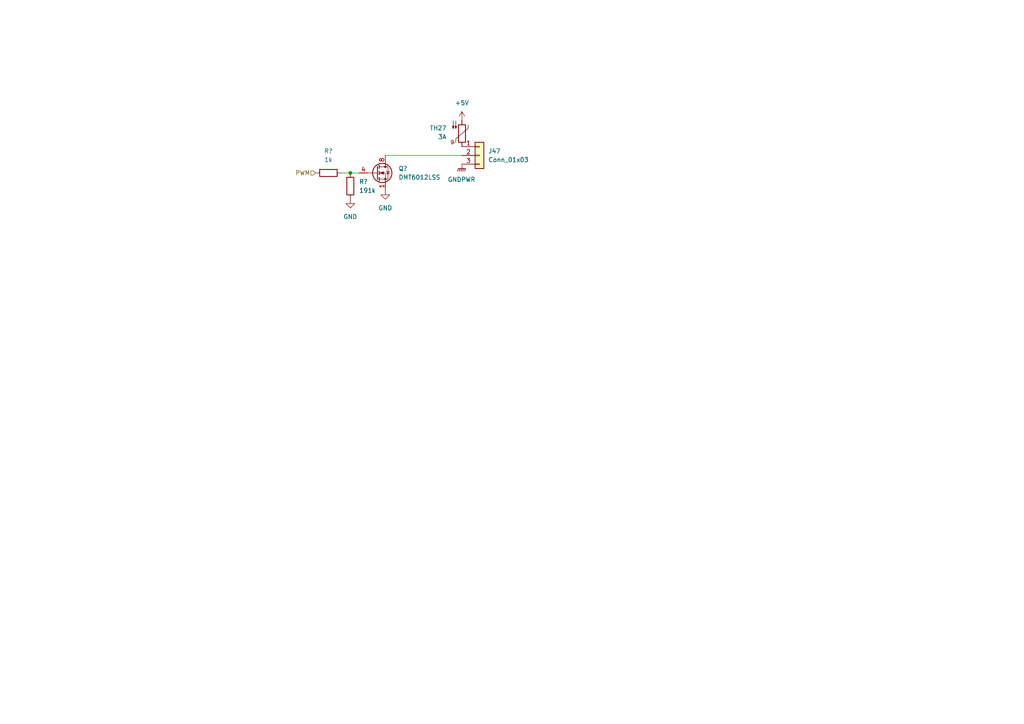
<source format=kicad_sch>
(kicad_sch (version 20230121) (generator eeschema)
  (paper "A4")
  (lib_symbols
    (symbol "Connector_Generic:Conn_01x03" (pin_names (offset 1.016) hide)
      (property "Reference" "J" (at 0 5.08 0))
      (property "Value" "Conn_01x03" (at 0 -5.08 0))
      (symbol "Conn_01x03_1_1"
        (rectangle (start -1.27 -2.413) (end 0 -2.667) (stroke (width 0.1524)))
        (rectangle (start -1.27 0.127) (end 0 -0.127) (stroke (width 0.1524)))
        (rectangle (start -1.27 2.667) (end 0 2.413) (stroke (width 0.1524)))
        (rectangle (start -1.27 3.81) (end 1.27 -3.81) (stroke (width 0.254)) (fill (type background)))
        (pin passive line (at -5.08 2.54 0) (length 3.81) (name "Pin_1") (number "1"))
        (pin passive line (at -5.08 0 0) (length 3.81) (name "Pin_2") (number "2"))
        (pin passive line (at -5.08 -2.54 0) (length 3.81) (name "Pin_3") (number "3"))
      )
    )
    (symbol "Device:R" (pin_numbers hide) (pin_names (offset 0))
      (property "Reference" "R" (at 2.032 0 90))
      (property "Value" "R" (at 0 0 90))
      (symbol "R_0_1"
        (rectangle (start -1.016 -2.54) (end 1.016 2.54) (stroke (width 0.254)))
      )
      (symbol "R_1_1"
        (pin passive line (at 0 3.81 270) (length 1.27) (name "~") (number "1"))
        (pin passive line (at 0 -3.81 90) (length 1.27) (name "~") (number "2"))
      )
    )
    (symbol "Device:Thermistor_PTC" (pin_numbers hide) (pin_names (offset 0))
      (property "Reference" "TH" (at -4.064 0 90))
      (property "Value" "Thermistor_PTC" (at 3.048 0 90))
      (symbol "Thermistor_PTC_0_1"
        (arc (start -3.048 2.159) (mid -3.0495 2.3143) (end -3.175 2.413))
        (arc (start -3.048 2.159) (mid -2.9736 1.9794) (end -2.794 1.905))
        (arc (start -3.048 2.794) (mid -2.9736 2.6144) (end -2.794 2.54))
        (arc (start -2.794 1.905) (mid -2.6144 1.9794) (end -2.54 2.159))
        (arc (start -2.794 2.54) (mid -2.4393 2.5587) (end -2.159 2.794))
        (arc (start -2.794 3.048) (mid -2.9736 2.9736) (end -3.048 2.794))
        (arc (start -2.54 2.794) (mid -2.6144 2.9736) (end -2.794 3.048))
        (rectangle (start -1.016 2.54) (end 1.016 -2.54) (stroke (width 0.254)))
        (polyline (pts (xy -2.54 2.159) (xy -2.54 2.794)))
        (polyline (pts (xy -1.778 2.54) (xy -1.778 1.524) (xy 1.778 -1.524) (xy 1.778 -2.54)))
        (polyline (pts (xy -2.54 -3.683) (xy -2.54 -1.397) (xy -2.794 -2.159) (xy -2.286 -2.159) (xy -2.54 -1.397) (xy -2.54 -1.651)) (fill (type outline)))
        (polyline (pts (xy -1.778 -3.683) (xy -1.778 -1.397) (xy -2.032 -2.159) (xy -1.524 -2.159) (xy -1.778 -1.397) (xy -1.778 -1.651)) (fill (type outline)))
      )
      (symbol "Thermistor_PTC_1_1"
        (pin passive line (at 0 3.81 270) (length 1.27) (name "~") (number "1"))
        (pin passive line (at 0 -3.81 90) (length 1.27) (name "~") (number "2"))
      )
    )
    (symbol "Transistor_FET:IRF7403" (pin_names hide)
      (property "Reference" "Q" (at 5.08 2.54 0))
      (property "Value" "IRF7403" (at 5.08 0 0))
      (symbol "IRF7403_0_1"
        (polyline (pts (xy 0.254 0) (xy -2.54 0)))
        (polyline (pts (xy 0.254 1.905) (xy 0.254 -1.905)) (stroke (width 0.254)))
        (polyline (pts (xy 0.762 -1.27) (xy 0.762 -2.286)) (stroke (width 0.254)))
        (polyline (pts (xy 0.762 0.508) (xy 0.762 -0.508)) (stroke (width 0.254)))
        (polyline (pts (xy 0.762 2.286) (xy 0.762 1.27)) (stroke (width 0.254)))
        (polyline (pts (xy 2.54 2.54) (xy 2.54 1.778)))
        (polyline (pts (xy 2.54 -2.54) (xy 2.54 0) (xy 0.762 0)))
        (polyline (pts (xy 0.762 -1.778) (xy 3.302 -1.778) (xy 3.302 1.778) (xy 0.762 1.778)))
        (polyline (pts (xy 1.016 0) (xy 2.032 0.381) (xy 2.032 -0.381) (xy 1.016 0)) (fill (type outline)))
        (polyline (pts (xy 2.794 0.508) (xy 2.921 0.381) (xy 3.683 0.381) (xy 3.81 0.254)))
        (polyline (pts (xy 3.302 0.381) (xy 2.921 -0.254) (xy 3.683 -0.254) (xy 3.302 0.381)))
        (circle (center 1.651 0) (radius 2.794) (stroke (width 0.254)))
        (circle (center 2.54 -1.778) (radius 0.254) (fill (type outline)))
        (circle (center 2.54 1.778) (radius 0.254) (fill (type outline)))
      )
      (symbol "IRF7403_1_1"
        (pin passive line (at 2.54 -5.08 90) (length 2.54) (name "S") (number "1"))
        (pin passive line (at 2.54 -5.08 90) (length 2.54) hide (name "S") (number "2"))
        (pin passive line (at 2.54 -5.08 90) (length 2.54) hide (name "S") (number "3"))
        (pin input line (at -5.08 0 0) (length 2.54) (name "G") (number "4"))
        (pin passive line (at 2.54 5.08 270) (length 2.54) hide (name "D") (number "5"))
        (pin passive line (at 2.54 5.08 270) (length 2.54) hide (name "D") (number "6"))
        (pin passive line (at 2.54 5.08 270) (length 2.54) hide (name "D") (number "7"))
        (pin passive line (at 2.54 5.08 270) (length 2.54) (name "D") (number "8"))
      )
    )
    (symbol "power:+5V" (power) (pin_names (offset 0))
      (property "Value" "+5V" (at 0 3.556 0))
      (symbol "+5V_0_1"
        (polyline (pts (xy -0.762 1.27) (xy 0 2.54)))
        (polyline (pts (xy 0 0) (xy 0 2.54)))
        (polyline (pts (xy 0 2.54) (xy 0.762 1.27)))
      )
      (symbol "+5V_1_1"
        (pin power_in line (at 0 0 90) (length 0) hide (name "+5V") (number "1"))
      )
    )
    (symbol "power:GND" (power) (pin_names (offset 0))
      (property "Value" "GND" (at 0 -3.81 0))
      (symbol "GND_0_1"
        (polyline (pts (xy 0 0) (xy 0 -1.27) (xy 1.27 -1.27) (xy 0 -2.54) (xy -1.27 -1.27) (xy 0 -1.27)))
      )
      (symbol "GND_1_1"
        (pin power_in line (at 0 0 270) (length 0) hide (name "GND") (number "1"))
      )
    )
    (symbol "power:GNDPWR" (power) (pin_names (offset 0))
      (property "Value" "GNDPWR" (at 0 -3.302 0))
      (symbol "GNDPWR_0_1"
        (polyline (pts (xy 0 -1.27) (xy 0 0)))
        (polyline (pts (xy -1.016 -1.27) (xy -1.27 -2.032) (xy -1.27 -2.032)) (stroke (width 0.2032)))
        (polyline (pts (xy -0.508 -1.27) (xy -0.762 -2.032) (xy -0.762 -2.032)) (stroke (width 0.2032)))
        (polyline (pts (xy 0 -1.27) (xy -0.254 -2.032) (xy -0.254 -2.032)) (stroke (width 0.2032)))
        (polyline (pts (xy 0.508 -1.27) (xy 0.254 -2.032) (xy 0.254 -2.032)) (stroke (width 0.2032)))
        (polyline (pts (xy 1.016 -1.27) (xy -1.016 -1.27) (xy -1.016 -1.27)) (stroke (width 0.2032)))
        (polyline (pts (xy 1.016 -1.27) (xy 0.762 -2.032) (xy 0.762 -2.032) (xy 0.762 -2.032)) (stroke (width 0.2032)))
      )
      (symbol "GNDPWR_1_1"
        (pin power_in line (at 0 0 270) (length 0) hide (name "GNDPWR") (number "1"))
      )
    )
  )
  (junction (at 101.6 50.165))
  (wire (pts (xy 99.06 50.165) (xy 101.6 50.165)))
  (wire (pts (xy 101.6 50.165) (xy 104.14 50.165)))
  (wire (pts (xy 111.76 45.085) (xy 133.985 45.085)))
  (hierarchical_label "PWM" (shape input) (at 91.44 50.165 180))
  (symbol (lib_id "power:+5V") (at 133.985 34.925 0) (mirror y) (unit 1)
    (property "Reference" "#PWR0183" (effects hide))
    (property "Value" "+5V" (at 133.985 29.845 0))
    (instances (project "speedomobile" (path "" (reference "#PWR0215") (unit 1)) (path "" (reference "#PWR0211") (unit 1)) (path "" (reference "#PWR0207") (unit 1)) (path "" (reference "#PWR0203") (unit 1)) (path "" (reference "#PWR0199") (unit 1)) (path "" (reference "#PWR0196") (unit 1)) (path "" (reference "#PWR0183") (unit 1)) (path "" (reference "#PWR0172") (unit 1)) (path "" (reference "#PWR0108") (unit 1)) (path "" (reference "#PWR030") (unit 1)) (path "" (reference "#PWR031") (unit 1))))
  )
  (symbol (lib_id "Connector_Generic:Conn_01x03") (at 139.065 45.085 0) (unit 1)
    (property "Reference" "J47" (at 141.605 43.815 0) (effects (justify left)))
    (property "Value" "Conn_01x03" (at 141.605 46.355 0) (effects (justify left)))
    (property "Footprint" "Connector_JST:JST_XH_B3B-XH-A_1x03_P2.50mm_Vertical" (effects hide))
    (instances (project "speedomobile" (path "" (reference "J47") (unit 1)) (path "" (reference "J48") (unit 1)) (path "" (reference "J49") (unit 1)) (path "" (reference "J50") (unit 1)) (path "" (reference "J51") (unit 1)) (path "" (reference "J52") (unit 1))))
  )
  (symbol (lib_id "power:GNDPWR") (at 133.985 47.625 0) (unit 1)
    (property "Reference" "#PWR0195" (effects hide))
    (property "Value" "GNDPWR" (at 133.858 52.07 0))
    (instances (project "speedomobile" (path "" (reference "#PWR0195") (unit 1)) (path "" (reference "#PWR0200") (unit 1)) (path "" (reference "#PWR0204") (unit 1)) (path "" (reference "#PWR0208") (unit 1)) (path "" (reference "#PWR0212") (unit 1)) (path "" (reference "#PWR0216") (unit 1))))
  )
  (symbol (lib_id "Device:Thermistor_PTC") (at 133.985 38.735 0) (mirror x) (unit 1)
    (property "Reference" "TH8" (at 129.54 37.1475 0) (effects (justify right)))
    (property "Value" "3A" (at 129.54 39.6875 0) (effects (justify right)))
    (property "Footprint" "Resistor_SMD:R_1210_3225Metric" (effects hide))
    (property "mouser" " 504-PTSLR12106V300" (effects hide))
    (instances (project "speedomobile" (path "" (reference "TH27") (unit 1)) (path "" (reference "TH26") (unit 1)) (path "" (reference "TH25") (unit 1)) (path "" (reference "TH24") (unit 1)) (path "" (reference "TH23") (unit 1)) (path "" (reference "TH22") (unit 1)) (path "" (reference "TH17") (unit 1)) (path "" (reference "TH8") (unit 1)) (path "" (reference "TH4") (unit 1)) (path "" (reference "TH?") (unit 1)) (path "" (reference "TH1") (unit 1)) (path "" (reference "TH16") (unit 1)) (path "" (reference "TH9") (unit 1))))
  )
  (symbol (lib_id "Transistor_FET:IRF7403") (at 109.22 50.165 0) (unit 1)
    (property "Reference" "Q?" (at 115.57 48.895 0) (effects (justify left)))
    (property "Value" "DMT6012LSS" (at 115.57 51.435 0) (effects (justify left)))
    (property "Footprint" "Package_SO:SOIC-8_3.9x4.9mm_P1.27mm" (effects hide))
    (property "Datasheet" "https://www.infineon.com/dgdl/irf7403pbf.pdf?fileId=5546d462533600a4015355fa23541b9c" (effects hide))
    (property "mouser" " 621-DMT6012LSS-13 " (effects hide))
    (instances (project "speedomobile" (path "" (reference "Q?") (unit 1)) (path "" (reference "Q2") (unit 1)) (path "" (reference "Q3") (unit 1)) (path "" (reference "Q4") (unit 1)) (path "" (reference "Q5") (unit 1)) (path "" (reference "Q6") (unit 1)) (path "" (reference "Q7") (unit 1)) (path "" (reference "Q8") (unit 1))))
  )
  (symbol (lib_id "power:GND") (at 101.6 57.785 0) (unit 1)
    (property "Reference" "#PWR?" (effects hide))
    (property "Value" "GND" (at 101.6 62.865 0))
    (instances (project "speedomobile" (path "" (reference "#PWR?") (unit 1)) (path "" (reference "#PWR041") (unit 1)) (path "" (reference "#PWR0193") (unit 1)) (path "" (reference "#PWR0197") (unit 1)) (path "" (reference "#PWR0201") (unit 1)) (path "" (reference "#PWR0205") (unit 1)) (path "" (reference "#PWR0209") (unit 1)) (path "" (reference "#PWR0213") (unit 1))))
  )
  (symbol (lib_id "power:GND") (at 111.76 55.245 0) (unit 1)
    (property "Reference" "#PWR?" (effects hide))
    (property "Value" "GND" (at 111.76 60.325 0))
    (instances (project "speedomobile" (path "" (reference "#PWR?") (unit 1)) (path "" (reference "#PWR042") (unit 1)) (path "" (reference "#PWR0194") (unit 1)) (path "" (reference "#PWR0198") (unit 1)) (path "" (reference "#PWR0202") (unit 1)) (path "" (reference "#PWR0206") (unit 1)) (path "" (reference "#PWR0210") (unit 1)) (path "" (reference "#PWR0214") (unit 1))))
  )
  (symbol (lib_id "Device:R") (at 101.6 53.975 0) (unit 1)
    (property "Reference" "R?" (at 104.14 52.705 0) (effects (justify left)))
    (property "Value" "191k" (at 104.14 55.245 0) (effects (justify left)))
    (property "Footprint" "Resistor_SMD:R_1206_3216Metric" (effects hide))
    (property "mouser" " 660-RK73H2BTTD1913F " (effects hide))
    (instances (project "speedomobile" (path "" (reference "R?") (unit 1)) (path "" (reference "R6") (unit 1)) (path "" (reference "R9") (unit 1)) (path "" (reference "R15") (unit 1)) (path "" (reference "R17") (unit 1)) (path "" (reference "R22") (unit 1)) (path "" (reference "R30") (unit 1)) (path "" (reference "R32") (unit 1))))
  )
  (symbol (lib_id "Device:R") (at 95.25 50.165 90) (unit 1)
    (property "Reference" "R?" (at 95.25 43.815 90))
    (property "Value" "1k" (at 95.25 46.355 90))
    (property "Footprint" "Resistor_SMD:R_1206_3216Metric" (effects hide))
    (property "mouser" " 603-AC1206FR-101KL " (effects hide))
    (instances (project "speedomobile" (path "" (reference "R?") (unit 1)) (path "" (reference "R5") (unit 1)) (path "" (reference "R1") (unit 1)) (path "" (reference "R14") (unit 1)) (path "" (reference "R16") (unit 1)) (path "" (reference "R21") (unit 1)) (path "" (reference "R29") (unit 1)) (path "" (reference "R31") (unit 1))))
  )
)
</source>
